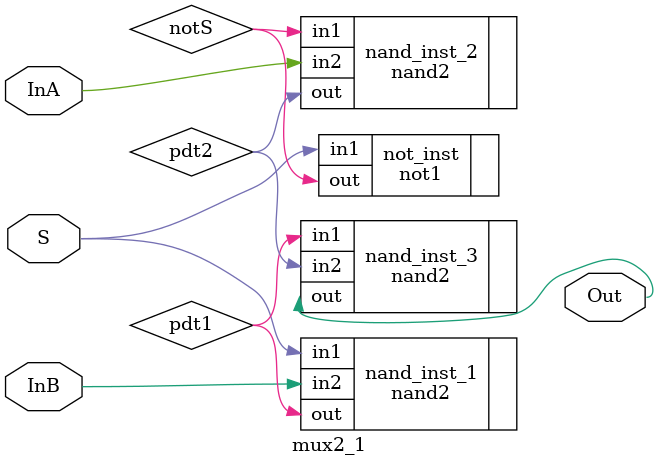
<source format=v>

module mux2_1(
	input  InA,
	input  InB,
	input  S,
	output Out );

//Internal Variable declaration//

wire notS;
wire pdt1;
wire pdt2;

//Logic//


not1  not_inst    (
	.in1(S), 
	.out(notS)
);

nand2 nand_inst_1 (
	.in1(S), 
	.in2(InB), 
	.out(pdt1)
);

nand2 nand_inst_2 (
	.in1(notS), 
	.in2(InA), 
	.out(pdt2)
);

nand2 nand_inst_3 (
	.in1(pdt1), 
	.in2(pdt2), 
	.out(Out)
);

endmodule
	

</source>
